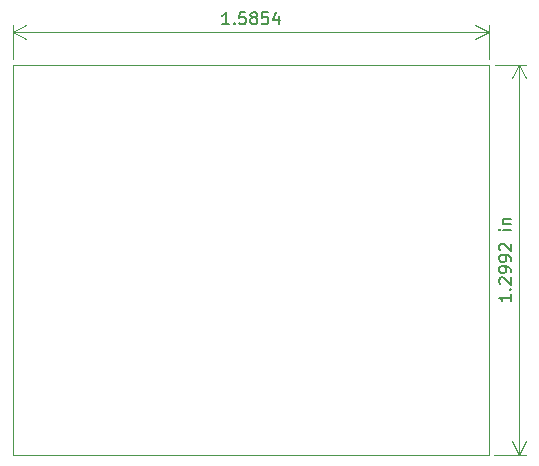
<source format=gbr>
%TF.GenerationSoftware,KiCad,Pcbnew,8.0.3*%
%TF.CreationDate,2024-09-20T11:12:47-04:00*%
%TF.ProjectId,Sequencer,53657175-656e-4636-9572-2e6b69636164,rev?*%
%TF.SameCoordinates,Original*%
%TF.FileFunction,Profile,NP*%
%FSLAX46Y46*%
G04 Gerber Fmt 4.6, Leading zero omitted, Abs format (unit mm)*
G04 Created by KiCad (PCBNEW 8.0.3) date 2024-09-20 11:12:47*
%MOMM*%
%LPD*%
G01*
G04 APERTURE LIST*
%ADD10C,0.150000*%
%TA.AperFunction,Profile*%
%ADD11C,0.050000*%
%TD*%
G04 APERTURE END LIST*
D10*
X181130461Y-68679705D02*
X181130114Y-69251133D01*
X181130287Y-68965419D02*
X180130288Y-68964813D01*
X180130288Y-68964813D02*
X180273087Y-69060138D01*
X180273087Y-69060138D02*
X180368267Y-69155433D01*
X180368267Y-69155433D02*
X180415829Y-69250700D01*
X181035482Y-68251076D02*
X181083130Y-68203486D01*
X181083130Y-68203486D02*
X181130720Y-68251133D01*
X181130720Y-68251133D02*
X181083072Y-68298724D01*
X181083072Y-68298724D02*
X181035482Y-68251076D01*
X181035482Y-68251076D02*
X181130720Y-68251133D01*
X180226218Y-67822014D02*
X180178628Y-67774366D01*
X180178628Y-67774366D02*
X180131067Y-67679099D01*
X180131067Y-67679099D02*
X180131211Y-67441004D01*
X180131211Y-67441004D02*
X180178888Y-67345795D01*
X180178888Y-67345795D02*
X180226536Y-67298205D01*
X180226536Y-67298205D02*
X180321803Y-67250643D01*
X180321803Y-67250643D02*
X180417041Y-67250701D01*
X180417041Y-67250701D02*
X180559869Y-67298407D01*
X180559869Y-67298407D02*
X181130951Y-67870182D01*
X181130951Y-67870182D02*
X181131326Y-67251134D01*
X181131615Y-66774944D02*
X181131730Y-66584468D01*
X181131730Y-66584468D02*
X181084169Y-66489201D01*
X181084169Y-66489201D02*
X181036579Y-66441553D01*
X181036579Y-66441553D02*
X180893780Y-66346228D01*
X180893780Y-66346228D02*
X180703332Y-66298494D01*
X180703332Y-66298494D02*
X180322380Y-66298263D01*
X180322380Y-66298263D02*
X180227113Y-66345824D01*
X180227113Y-66345824D02*
X180179465Y-66393414D01*
X180179465Y-66393414D02*
X180131788Y-66488623D01*
X180131788Y-66488623D02*
X180131673Y-66679100D01*
X180131673Y-66679100D02*
X180179234Y-66774366D01*
X180179234Y-66774366D02*
X180226824Y-66822014D01*
X180226824Y-66822014D02*
X180322034Y-66869691D01*
X180322034Y-66869691D02*
X180560129Y-66869835D01*
X180560129Y-66869835D02*
X180655396Y-66822274D01*
X180655396Y-66822274D02*
X180703044Y-66774684D01*
X180703044Y-66774684D02*
X180750720Y-66679475D01*
X180750720Y-66679475D02*
X180750836Y-66488999D01*
X180750836Y-66488999D02*
X180703275Y-66393732D01*
X180703275Y-66393732D02*
X180655684Y-66346084D01*
X180655684Y-66346084D02*
X180560475Y-66298407D01*
X181132192Y-65822563D02*
X181132308Y-65632087D01*
X181132308Y-65632087D02*
X181084746Y-65536820D01*
X181084746Y-65536820D02*
X181037156Y-65489172D01*
X181037156Y-65489172D02*
X180894357Y-65393847D01*
X180894357Y-65393847D02*
X180703909Y-65346113D01*
X180703909Y-65346113D02*
X180322957Y-65345882D01*
X180322957Y-65345882D02*
X180227690Y-65393443D01*
X180227690Y-65393443D02*
X180180042Y-65441033D01*
X180180042Y-65441033D02*
X180132366Y-65536243D01*
X180132366Y-65536243D02*
X180132250Y-65726719D01*
X180132250Y-65726719D02*
X180179811Y-65821986D01*
X180179811Y-65821986D02*
X180227402Y-65869634D01*
X180227402Y-65869634D02*
X180322611Y-65917310D01*
X180322611Y-65917310D02*
X180560706Y-65917455D01*
X180560706Y-65917455D02*
X180655973Y-65869893D01*
X180655973Y-65869893D02*
X180703621Y-65822303D01*
X180703621Y-65822303D02*
X180751298Y-65727094D01*
X180751298Y-65727094D02*
X180751413Y-65536618D01*
X180751413Y-65536618D02*
X180703852Y-65441351D01*
X180703852Y-65441351D02*
X180656262Y-65393703D01*
X180656262Y-65393703D02*
X180561052Y-65346026D01*
X180227950Y-64964872D02*
X180180360Y-64917224D01*
X180180360Y-64917224D02*
X180132798Y-64821957D01*
X180132798Y-64821957D02*
X180132943Y-64583862D01*
X180132943Y-64583862D02*
X180180619Y-64488653D01*
X180180619Y-64488653D02*
X180228267Y-64441062D01*
X180228267Y-64441062D02*
X180323534Y-64393501D01*
X180323534Y-64393501D02*
X180418772Y-64393559D01*
X180418772Y-64393559D02*
X180561601Y-64441264D01*
X180561601Y-64441264D02*
X181132683Y-65013039D01*
X181132683Y-65013039D02*
X181133058Y-64393992D01*
X181133779Y-63203515D02*
X180467113Y-63203111D01*
X180133780Y-63202909D02*
X180181370Y-63250557D01*
X180181370Y-63250557D02*
X180229018Y-63202967D01*
X180229018Y-63202967D02*
X180181428Y-63155319D01*
X180181428Y-63155319D02*
X180133780Y-63202909D01*
X180133780Y-63202909D02*
X180229018Y-63202967D01*
X180467402Y-62726921D02*
X181134068Y-62727325D01*
X180562640Y-62726979D02*
X180515049Y-62679331D01*
X180515049Y-62679331D02*
X180467488Y-62584064D01*
X180467488Y-62584064D02*
X180467575Y-62441207D01*
X180467575Y-62441207D02*
X180515251Y-62345998D01*
X180515251Y-62345998D02*
X180610518Y-62298437D01*
X180610518Y-62298437D02*
X181134328Y-62298754D01*
D11*
X179750000Y-82250303D02*
X182403837Y-82251911D01*
X179770000Y-49250303D02*
X182423837Y-49251911D01*
X181817417Y-82251556D02*
X181837417Y-49251556D01*
X181817417Y-82251556D02*
X181837417Y-49251556D01*
X181817417Y-82251556D02*
X181231679Y-81124697D01*
X181817417Y-82251556D02*
X182404520Y-81125408D01*
X181837417Y-49251556D02*
X182423155Y-50378415D01*
X181837417Y-49251556D02*
X181250314Y-50377704D01*
D10*
X157277857Y-45804819D02*
X156706429Y-45804819D01*
X156992143Y-45804819D02*
X156992143Y-44804819D01*
X156992143Y-44804819D02*
X156896905Y-44947676D01*
X156896905Y-44947676D02*
X156801667Y-45042914D01*
X156801667Y-45042914D02*
X156706429Y-45090533D01*
X157706429Y-45709580D02*
X157754048Y-45757200D01*
X157754048Y-45757200D02*
X157706429Y-45804819D01*
X157706429Y-45804819D02*
X157658810Y-45757200D01*
X157658810Y-45757200D02*
X157706429Y-45709580D01*
X157706429Y-45709580D02*
X157706429Y-45804819D01*
X158658809Y-44804819D02*
X158182619Y-44804819D01*
X158182619Y-44804819D02*
X158135000Y-45281009D01*
X158135000Y-45281009D02*
X158182619Y-45233390D01*
X158182619Y-45233390D02*
X158277857Y-45185771D01*
X158277857Y-45185771D02*
X158515952Y-45185771D01*
X158515952Y-45185771D02*
X158611190Y-45233390D01*
X158611190Y-45233390D02*
X158658809Y-45281009D01*
X158658809Y-45281009D02*
X158706428Y-45376247D01*
X158706428Y-45376247D02*
X158706428Y-45614342D01*
X158706428Y-45614342D02*
X158658809Y-45709580D01*
X158658809Y-45709580D02*
X158611190Y-45757200D01*
X158611190Y-45757200D02*
X158515952Y-45804819D01*
X158515952Y-45804819D02*
X158277857Y-45804819D01*
X158277857Y-45804819D02*
X158182619Y-45757200D01*
X158182619Y-45757200D02*
X158135000Y-45709580D01*
X159277857Y-45233390D02*
X159182619Y-45185771D01*
X159182619Y-45185771D02*
X159135000Y-45138152D01*
X159135000Y-45138152D02*
X159087381Y-45042914D01*
X159087381Y-45042914D02*
X159087381Y-44995295D01*
X159087381Y-44995295D02*
X159135000Y-44900057D01*
X159135000Y-44900057D02*
X159182619Y-44852438D01*
X159182619Y-44852438D02*
X159277857Y-44804819D01*
X159277857Y-44804819D02*
X159468333Y-44804819D01*
X159468333Y-44804819D02*
X159563571Y-44852438D01*
X159563571Y-44852438D02*
X159611190Y-44900057D01*
X159611190Y-44900057D02*
X159658809Y-44995295D01*
X159658809Y-44995295D02*
X159658809Y-45042914D01*
X159658809Y-45042914D02*
X159611190Y-45138152D01*
X159611190Y-45138152D02*
X159563571Y-45185771D01*
X159563571Y-45185771D02*
X159468333Y-45233390D01*
X159468333Y-45233390D02*
X159277857Y-45233390D01*
X159277857Y-45233390D02*
X159182619Y-45281009D01*
X159182619Y-45281009D02*
X159135000Y-45328628D01*
X159135000Y-45328628D02*
X159087381Y-45423866D01*
X159087381Y-45423866D02*
X159087381Y-45614342D01*
X159087381Y-45614342D02*
X159135000Y-45709580D01*
X159135000Y-45709580D02*
X159182619Y-45757200D01*
X159182619Y-45757200D02*
X159277857Y-45804819D01*
X159277857Y-45804819D02*
X159468333Y-45804819D01*
X159468333Y-45804819D02*
X159563571Y-45757200D01*
X159563571Y-45757200D02*
X159611190Y-45709580D01*
X159611190Y-45709580D02*
X159658809Y-45614342D01*
X159658809Y-45614342D02*
X159658809Y-45423866D01*
X159658809Y-45423866D02*
X159611190Y-45328628D01*
X159611190Y-45328628D02*
X159563571Y-45281009D01*
X159563571Y-45281009D02*
X159468333Y-45233390D01*
X160563571Y-44804819D02*
X160087381Y-44804819D01*
X160087381Y-44804819D02*
X160039762Y-45281009D01*
X160039762Y-45281009D02*
X160087381Y-45233390D01*
X160087381Y-45233390D02*
X160182619Y-45185771D01*
X160182619Y-45185771D02*
X160420714Y-45185771D01*
X160420714Y-45185771D02*
X160515952Y-45233390D01*
X160515952Y-45233390D02*
X160563571Y-45281009D01*
X160563571Y-45281009D02*
X160611190Y-45376247D01*
X160611190Y-45376247D02*
X160611190Y-45614342D01*
X160611190Y-45614342D02*
X160563571Y-45709580D01*
X160563571Y-45709580D02*
X160515952Y-45757200D01*
X160515952Y-45757200D02*
X160420714Y-45804819D01*
X160420714Y-45804819D02*
X160182619Y-45804819D01*
X160182619Y-45804819D02*
X160087381Y-45757200D01*
X160087381Y-45757200D02*
X160039762Y-45709580D01*
X161468333Y-45138152D02*
X161468333Y-45804819D01*
X161230238Y-44757200D02*
X160992143Y-45471485D01*
X160992143Y-45471485D02*
X161611190Y-45471485D01*
D11*
X139000000Y-48750000D02*
X139000000Y-45913580D01*
X179270000Y-45913580D02*
X179270000Y-48750000D01*
X139000000Y-46500000D02*
X179270000Y-46500000D01*
X139000000Y-46500000D02*
X179270000Y-46500000D01*
X139000000Y-46500000D02*
X140126504Y-45913579D01*
X139000000Y-46500000D02*
X140126504Y-47086421D01*
X179270000Y-46500000D02*
X178143496Y-47086421D01*
X179270000Y-46500000D02*
X178143496Y-45913579D01*
X139000000Y-49250000D02*
X179270000Y-49250000D01*
X179270000Y-49250000D02*
X179250000Y-82250000D01*
X139000000Y-49250000D02*
X139000000Y-82250000D01*
X179250000Y-82250000D02*
X139000000Y-82250000D01*
M02*

</source>
